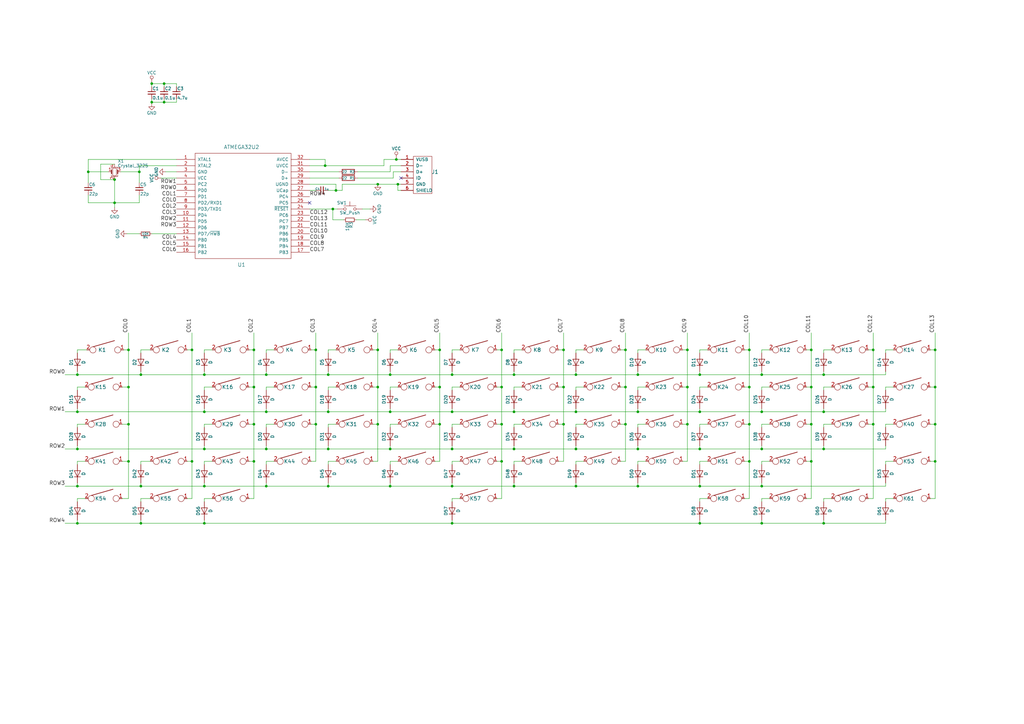
<source format=kicad_sch>
(kicad_sch (version 20230121) (generator eeschema)
  (paper "A3")
  (junction (at 383.54 189.23))
  (junction (at 287.02 168.91))
  (junction (at 236.22 168.91))
  (junction (at 52.705 189.23))
  (junction (at 185.42 168.91))
  (junction (at 332.74 158.75))
  (junction (at 312.42 214.63))
  (junction (at 78.74 189.23))
  (junction (at 287.02 214.63))
  (junction (at 109.22 153.67))
  (junction (at 83.82 168.91))
  (junction (at 31.75 214.63))
  (junction (at 185.42 184.15))
  (junction (at 83.82 214.63))
  (junction (at 185.42 199.39))
  (junction (at 104.14 189.23))
  (junction (at 236.22 184.15))
  (junction (at 287.02 184.15))
  (junction (at 104.14 173.99))
  (junction (at 129.54 143.51))
  (junction (at 83.82 153.67))
  (junction (at 231.14 143.51))
  (junction (at 180.34 173.99))
  (junction (at 256.54 158.75))
  (junction (at 31.75 184.15))
  (junction (at 261.62 168.91))
  (junction (at 210.82 199.39))
  (junction (at 36.195 70.485))
  (junction (at 46.99 83.185))
  (junction (at 160.02 184.15))
  (junction (at 52.705 173.99))
  (junction (at 185.42 214.63))
  (junction (at 312.42 199.39))
  (junction (at 162.56 65.405))
  (junction (at 57.785 214.63))
  (junction (at 312.42 168.91))
  (junction (at 163.195 75.565))
  (junction (at 210.82 153.67))
  (junction (at 57.785 153.67))
  (junction (at 261.62 199.39))
  (junction (at 137.795 78.105))
  (junction (at 104.14 158.75))
  (junction (at 332.74 173.99))
  (junction (at 337.82 184.15))
  (junction (at 205.74 189.23))
  (junction (at 46.99 73.66))
  (junction (at 337.82 153.67))
  (junction (at 307.34 143.51))
  (junction (at 383.54 143.51))
  (junction (at 383.54 173.99))
  (junction (at 154.94 158.75))
  (junction (at 31.75 168.91))
  (junction (at 134.62 199.39))
  (junction (at 256.54 173.99))
  (junction (at 133.35 67.945))
  (junction (at 154.94 75.565))
  (junction (at 180.34 143.51))
  (junction (at 205.74 158.75))
  (junction (at 109.22 199.39))
  (junction (at 109.22 168.91))
  (junction (at 83.82 184.15))
  (junction (at 256.54 143.51))
  (junction (at 236.22 153.67))
  (junction (at 160.02 168.91))
  (junction (at 83.82 199.39))
  (junction (at 205.74 173.99))
  (junction (at 52.705 143.51))
  (junction (at 136.525 85.725))
  (junction (at 312.42 153.67))
  (junction (at 154.94 143.51))
  (junction (at 67.31 34.29))
  (junction (at 332.74 189.23))
  (junction (at 281.94 173.99))
  (junction (at 57.785 199.39))
  (junction (at 231.14 173.99))
  (junction (at 358.14 158.75))
  (junction (at 261.62 153.67))
  (junction (at 358.14 173.99))
  (junction (at 62.23 34.29))
  (junction (at 210.82 168.91))
  (junction (at 109.22 184.15))
  (junction (at 287.02 199.39))
  (junction (at 312.42 184.15))
  (junction (at 62.23 41.91))
  (junction (at 67.31 41.91))
  (junction (at 160.02 199.39))
  (junction (at 160.02 153.67))
  (junction (at 261.62 184.15))
  (junction (at 383.54 158.75))
  (junction (at 52.705 158.75))
  (junction (at 129.54 158.75))
  (junction (at 307.34 173.99))
  (junction (at 337.82 168.91))
  (junction (at 210.82 184.15))
  (junction (at 358.14 143.51))
  (junction (at 307.34 158.75))
  (junction (at 134.62 153.67))
  (junction (at 205.74 143.51))
  (junction (at 307.34 189.23))
  (junction (at 281.94 158.75))
  (junction (at 57.15 70.485))
  (junction (at 180.34 158.75))
  (junction (at 236.22 199.39))
  (junction (at 332.74 143.51))
  (junction (at 104.14 143.51))
  (junction (at 129.54 173.99))
  (junction (at 281.94 143.51))
  (junction (at 78.74 143.51))
  (junction (at 154.94 173.99))
  (junction (at 185.42 153.67))
  (junction (at 31.75 199.39))
  (junction (at 134.62 184.15))
  (junction (at 287.02 153.67))
  (junction (at 134.62 168.91))
  (junction (at 337.82 214.63))
  (junction (at 31.75 153.67))
  (junction (at 231.14 158.75))
  (no_connect (at 164.465 73.025))
  (no_connect (at 127 83.185))
  (wire (pts (xy 287.02 184.15) (xy 287.02 182.88)))
  (wire (pts (xy 210.82 199.39) (xy 210.82 198.12)))
  (wire (pts (xy 231.14 173.99) (xy 229.235 173.99)))
  (wire (pts (xy 50.8 143.51) (xy 52.705 143.51)))
  (wire (pts (xy 261.62 153.67) (xy 287.02 153.67)))
  (wire (pts (xy 383.54 173.99) (xy 381.635 173.99)))
  (wire (pts (xy 35.56 143.51) (xy 31.75 143.51)))
  (wire (pts (xy 78.74 136.525) (xy 78.74 143.51)))
  (wire (pts (xy 112.395 158.75) (xy 109.22 158.75)))
  (wire (pts (xy 104.14 173.99) (xy 104.14 189.23)))
  (wire (pts (xy 62.23 41.91) (xy 62.23 42.545)))
  (wire (pts (xy 62.23 34.29) (xy 62.23 35.56)))
  (wire (pts (xy 205.74 189.23) (xy 203.835 189.23)))
  (wire (pts (xy 137.795 173.99) (xy 134.62 173.99)))
  (wire (pts (xy 160.02 168.91) (xy 160.02 167.64)))
  (wire (pts (xy 315.595 158.75) (xy 312.42 158.75)))
  (wire (pts (xy 31.75 158.75) (xy 31.75 160.02)))
  (wire (pts (xy 188.595 158.75) (xy 185.42 158.75)))
  (wire (pts (xy 104.14 136.525) (xy 104.14 143.51)))
  (wire (pts (xy 236.22 199.39) (xy 236.22 198.12)))
  (wire (pts (xy 231.14 143.51) (xy 231.14 158.75)))
  (wire (pts (xy 36.195 65.405) (xy 72.39 65.405)))
  (wire (pts (xy 261.62 189.23) (xy 261.62 190.5)))
  (wire (pts (xy 57.785 198.12) (xy 57.785 199.39)))
  (wire (pts (xy 57.785 153.67) (xy 57.785 152.4)))
  (wire (pts (xy 358.14 158.75) (xy 358.14 173.99)))
  (wire (pts (xy 264.795 173.99) (xy 261.62 173.99)))
  (wire (pts (xy 210.82 184.15) (xy 236.22 184.15)))
  (wire (pts (xy 36.195 80.01) (xy 36.195 83.185)))
  (wire (pts (xy 307.34 143.51) (xy 307.34 158.75)))
  (wire (pts (xy 34.925 204.47) (xy 31.75 204.47)))
  (wire (pts (xy 337.82 168.91) (xy 337.82 167.64)))
  (wire (pts (xy 102.235 189.23) (xy 104.14 189.23)))
  (wire (pts (xy 312.42 153.67) (xy 312.42 152.4)))
  (wire (pts (xy 330.835 143.51) (xy 332.74 143.51)))
  (wire (pts (xy 332.74 136.525) (xy 332.74 143.51)))
  (wire (pts (xy 185.42 153.67) (xy 185.42 152.4)))
  (wire (pts (xy 72.39 40.64) (xy 72.39 41.91)))
  (wire (pts (xy 287.02 168.91) (xy 287.02 167.64)))
  (wire (pts (xy 287.02 143.51) (xy 287.02 144.78)))
  (wire (pts (xy 366.395 158.75) (xy 363.22 158.75)))
  (wire (pts (xy 381.635 143.51) (xy 383.54 143.51)))
  (wire (pts (xy 163.195 173.99) (xy 160.02 173.99)))
  (wire (pts (xy 83.82 184.15) (xy 109.22 184.15)))
  (wire (pts (xy 52.705 173.99) (xy 52.705 189.23)))
  (wire (pts (xy 134.62 184.15) (xy 134.62 182.88)))
  (wire (pts (xy 383.54 173.99) (xy 383.54 189.23)))
  (wire (pts (xy 264.795 158.75) (xy 261.62 158.75)))
  (wire (pts (xy 160.02 168.91) (xy 185.42 168.91)))
  (wire (pts (xy 36.195 65.405) (xy 36.195 70.485)))
  (wire (pts (xy 31.75 152.4) (xy 31.75 153.67)))
  (wire (pts (xy 210.82 199.39) (xy 236.22 199.39)))
  (wire (pts (xy 366.395 173.99) (xy 363.22 173.99)))
  (wire (pts (xy 57.785 204.47) (xy 57.785 205.74)))
  (wire (pts (xy 337.82 204.47) (xy 337.82 205.74)))
  (wire (pts (xy 109.22 199.39) (xy 134.62 199.39)))
  (wire (pts (xy 337.82 184.15) (xy 363.22 184.15)))
  (wire (pts (xy 83.82 204.47) (xy 86.995 204.47)))
  (wire (pts (xy 83.82 173.99) (xy 83.82 175.26)))
  (wire (pts (xy 134.62 199.39) (xy 160.02 199.39)))
  (wire (pts (xy 139.065 70.485) (xy 127 70.485)))
  (wire (pts (xy 67.31 41.91) (xy 62.23 41.91)))
  (wire (pts (xy 46.99 83.185) (xy 46.99 85.09)))
  (wire (pts (xy 50.165 173.99) (xy 52.705 173.99)))
  (wire (pts (xy 213.995 173.99) (xy 210.82 173.99)))
  (wire (pts (xy 62.23 34.29) (xy 67.31 34.29)))
  (wire (pts (xy 307.34 158.75) (xy 305.435 158.75)))
  (wire (pts (xy 239.395 158.75) (xy 236.22 158.75)))
  (wire (pts (xy 236.22 158.75) (xy 236.22 160.02)))
  (wire (pts (xy 363.22 173.99) (xy 363.22 175.26)))
  (wire (pts (xy 137.795 78.105) (xy 140.335 78.105)))
  (wire (pts (xy 383.54 158.75) (xy 381.635 158.75)))
  (wire (pts (xy 312.42 204.47) (xy 312.42 205.74)))
  (wire (pts (xy 62.23 95.885) (xy 72.39 95.885)))
  (wire (pts (xy 358.14 158.75) (xy 356.235 158.75)))
  (wire (pts (xy 134.62 168.91) (xy 134.62 167.64)))
  (wire (pts (xy 164.465 78.105) (xy 163.195 78.105)))
  (wire (pts (xy 83.82 199.39) (xy 109.22 199.39)))
  (wire (pts (xy 154.94 158.75) (xy 153.035 158.75)))
  (wire (pts (xy 256.54 158.75) (xy 254.635 158.75)))
  (wire (pts (xy 236.22 168.91) (xy 261.62 168.91)))
  (wire (pts (xy 127 85.725) (xy 136.525 85.725)))
  (wire (pts (xy 52.705 136.525) (xy 52.705 143.51)))
  (wire (pts (xy 31.75 189.23) (xy 34.925 189.23)))
  (wire (pts (xy 290.195 143.51) (xy 287.02 143.51)))
  (wire (pts (xy 76.835 143.51) (xy 78.74 143.51)))
  (wire (pts (xy 287.02 199.39) (xy 287.02 198.12)))
  (wire (pts (xy 62.23 33.655) (xy 62.23 34.29)))
  (wire (pts (xy 185.42 143.51) (xy 185.42 144.78)))
  (wire (pts (xy 287.02 214.63) (xy 312.42 214.63)))
  (wire (pts (xy 340.995 158.75) (xy 337.82 158.75)))
  (wire (pts (xy 332.74 173.99) (xy 330.835 173.99)))
  (wire (pts (xy 213.995 143.51) (xy 210.82 143.51)))
  (wire (pts (xy 57.785 189.23) (xy 57.785 190.5)))
  (wire (pts (xy 57.785 199.39) (xy 83.82 199.39)))
  (wire (pts (xy 83.82 153.67) (xy 83.82 152.4)))
  (wire (pts (xy 104.14 143.51) (xy 104.14 158.75)))
  (wire (pts (xy 31.75 214.63) (xy 57.785 214.63)))
  (wire (pts (xy 180.34 158.75) (xy 178.435 158.75)))
  (wire (pts (xy 157.48 65.405) (xy 162.56 65.405)))
  (wire (pts (xy 264.795 189.23) (xy 261.62 189.23)))
  (wire (pts (xy 337.82 158.75) (xy 337.82 160.02)))
  (wire (pts (xy 178.435 143.51) (xy 180.34 143.51)))
  (wire (pts (xy 109.22 168.91) (xy 109.22 167.64)))
  (wire (pts (xy 287.02 214.63) (xy 287.02 213.36)))
  (wire (pts (xy 160.02 199.39) (xy 160.02 198.12)))
  (wire (pts (xy 366.395 189.23) (xy 363.22 189.23)))
  (wire (pts (xy 205.74 143.51) (xy 205.74 158.75)))
  (wire (pts (xy 160.02 143.51) (xy 160.02 144.78)))
  (wire (pts (xy 210.82 189.23) (xy 210.82 190.5)))
  (wire (pts (xy 315.595 143.51) (xy 312.42 143.51)))
  (wire (pts (xy 83.82 160.02) (xy 83.82 158.75)))
  (wire (pts (xy 261.62 199.39) (xy 261.62 198.12)))
  (wire (pts (xy 188.595 204.47) (xy 185.42 204.47)))
  (wire (pts (xy 137.795 143.51) (xy 134.62 143.51)))
  (wire (pts (xy 231.14 173.99) (xy 231.14 189.23)))
  (wire (pts (xy 104.14 158.75) (xy 104.14 173.99)))
  (wire (pts (xy 210.82 168.91) (xy 210.82 167.64)))
  (wire (pts (xy 109.22 189.23) (xy 109.22 190.5)))
  (wire (pts (xy 332.74 143.51) (xy 332.74 158.75)))
  (wire (pts (xy 305.435 143.51) (xy 307.34 143.51)))
  (wire (pts (xy 290.195 173.99) (xy 287.02 173.99)))
  (wire (pts (xy 256.54 189.23) (xy 254.635 189.23)))
  (wire (pts (xy 31.75 190.5) (xy 31.75 189.23)))
  (wire (pts (xy 231.14 158.75) (xy 229.235 158.75)))
  (wire (pts (xy 163.195 158.75) (xy 160.02 158.75)))
  (wire (pts (xy 337.82 173.99) (xy 337.82 175.26)))
  (wire (pts (xy 210.82 153.67) (xy 210.82 152.4)))
  (wire (pts (xy 236.22 184.15) (xy 261.62 184.15)))
  (wire (pts (xy 312.42 199.39) (xy 363.22 199.39)))
  (wire (pts (xy 180.34 173.99) (xy 180.34 189.23)))
  (wire (pts (xy 261.62 168.91) (xy 287.02 168.91)))
  (wire (pts (xy 57.785 214.63) (xy 57.785 213.36)))
  (wire (pts (xy 137.795 75.565) (xy 137.795 78.105)))
  (wire (pts (xy 129.54 78.105) (xy 127 78.105)))
  (wire (pts (xy 180.34 136.525) (xy 180.34 143.51)))
  (wire (pts (xy 83.82 214.63) (xy 185.42 214.63)))
  (wire (pts (xy 83.82 158.75) (xy 86.995 158.75)))
  (wire (pts (xy 185.42 199.39) (xy 210.82 199.39)))
  (wire (pts (xy 83.82 168.91) (xy 109.22 168.91)))
  (wire (pts (xy 363.22 204.47) (xy 363.22 205.74)))
  (wire (pts (xy 129.54 189.23) (xy 127.635 189.23)))
  (wire (pts (xy 36.195 83.185) (xy 46.99 83.185)))
  (wire (pts (xy 358.14 136.525) (xy 358.14 143.51)))
  (wire (pts (xy 72.39 41.91) (xy 67.31 41.91)))
  (wire (pts (xy 185.42 189.23) (xy 185.42 190.5)))
  (wire (pts (xy 358.14 143.51) (xy 358.14 158.75)))
  (wire (pts (xy 236.22 153.67) (xy 261.62 153.67)))
  (wire (pts (xy 154.94 189.23) (xy 153.035 189.23)))
  (wire (pts (xy 332.74 204.47) (xy 330.835 204.47)))
  (wire (pts (xy 104.14 189.23) (xy 104.14 204.47)))
  (wire (pts (xy 315.595 189.23) (xy 312.42 189.23)))
  (wire (pts (xy 140.335 75.565) (xy 154.94 75.565)))
  (wire (pts (xy 307.34 158.75) (xy 307.34 173.99)))
  (wire (pts (xy 340.995 204.47) (xy 337.82 204.47)))
  (wire (pts (xy 337.82 214.63) (xy 337.82 213.36)))
  (wire (pts (xy 31.75 204.47) (xy 31.75 205.74)))
  (wire (pts (xy 236.22 153.67) (xy 236.22 152.4)))
  (wire (pts (xy 312.42 168.91) (xy 312.42 167.64)))
  (wire (pts (xy 185.42 204.47) (xy 185.42 205.74)))
  (wire (pts (xy 31.75 173.99) (xy 31.75 175.26)))
  (wire (pts (xy 188.595 173.99) (xy 185.42 173.99)))
  (wire (pts (xy 134.62 199.39) (xy 134.62 198.12)))
  (wire (pts (xy 154.94 158.75) (xy 154.94 173.99)))
  (wire (pts (xy 185.42 184.15) (xy 185.42 182.88)))
  (wire (pts (xy 307.34 173.99) (xy 305.435 173.99)))
  (wire (pts (xy 34.925 173.99) (xy 31.75 173.99)))
  (wire (pts (xy 366.395 204.47) (xy 363.22 204.47)))
  (wire (pts (xy 188.595 143.51) (xy 185.42 143.51)))
  (wire (pts (xy 332.74 158.75) (xy 330.835 158.75)))
  (wire (pts (xy 52.705 143.51) (xy 52.705 158.75)))
  (wire (pts (xy 281.94 143.51) (xy 281.94 158.75)))
  (wire (pts (xy 185.42 173.99) (xy 185.42 175.26)))
  (wire (pts (xy 185.42 214.63) (xy 185.42 213.36)))
  (wire (pts (xy 332.74 173.99) (xy 332.74 189.23)))
  (wire (pts (xy 261.62 158.75) (xy 261.62 160.02)))
  (wire (pts (xy 363.22 143.51) (xy 363.22 144.78)))
  (wire (pts (xy 185.42 158.75) (xy 185.42 160.02)))
  (wire (pts (xy 83.82 184.15) (xy 83.82 182.88)))
  (wire (pts (xy 134.62 153.67) (xy 160.02 153.67)))
  (wire (pts (xy 154.94 75.565) (xy 163.195 75.565)))
  (wire (pts (xy 67.31 40.64) (xy 67.31 41.91)))
  (wire (pts (xy 363.22 189.23) (xy 363.22 190.5)))
  (wire (pts (xy 185.42 168.91) (xy 210.82 168.91)))
  (wire (pts (xy 109.22 153.67) (xy 134.62 153.67)))
  (wire (pts (xy 129.54 158.75) (xy 127.635 158.75)))
  (wire (pts (xy 312.42 168.91) (xy 337.82 168.91)))
  (wire (pts (xy 287.02 173.99) (xy 287.02 175.26)))
  (wire (pts (xy 41.275 73.66) (xy 46.99 73.66)))
  (wire (pts (xy 83.82 205.74) (xy 83.82 204.47)))
  (wire (pts (xy 210.82 143.51) (xy 210.82 144.78)))
  (wire (pts (xy 337.82 153.67) (xy 363.22 153.67)))
  (wire (pts (xy 31.75 198.12) (xy 31.75 199.39)))
  (wire (pts (xy 205.74 158.75) (xy 205.74 173.99)))
  (wire (pts (xy 363.22 184.15) (xy 363.22 182.88)))
  (wire (pts (xy 366.395 143.51) (xy 363.22 143.51)))
  (wire (pts (xy 52.705 204.47) (xy 50.165 204.47)))
  (wire (pts (xy 109.22 143.51) (xy 109.22 144.78)))
  (wire (pts (xy 261.62 153.67) (xy 261.62 152.4)))
  (wire (pts (xy 134.62 78.105) (xy 137.795 78.105)))
  (wire (pts (xy 78.74 189.23) (xy 78.74 204.47)))
  (wire (pts (xy 31.75 184.15) (xy 31.75 182.88)))
  (wire (pts (xy 337.82 214.63) (xy 363.22 214.63)))
  (wire (pts (xy 229.235 143.51) (xy 231.14 143.51)))
  (wire (pts (xy 160.02 153.67) (xy 160.02 152.4)))
  (wire (pts (xy 26.67 214.63) (xy 31.75 214.63)))
  (wire (pts (xy 160.02 67.945) (xy 160.02 70.485)))
  (wire (pts (xy 307.34 189.23) (xy 307.34 204.47)))
  (wire (pts (xy 287.02 153.67) (xy 287.02 152.4)))
  (wire (pts (xy 210.82 173.99) (xy 210.82 175.26)))
  (wire (pts (xy 83.82 143.51) (xy 83.82 144.78)))
  (wire (pts (xy 210.82 168.91) (xy 236.22 168.91)))
  (wire (pts (xy 160.02 70.485) (xy 146.685 70.485)))
  (wire (pts (xy 312.42 143.51) (xy 312.42 144.78)))
  (wire (pts (xy 256.54 173.99) (xy 254.635 173.99)))
  (wire (pts (xy 164.465 70.485) (xy 161.29 70.485)))
  (wire (pts (xy 31.75 143.51) (xy 31.75 144.78)))
  (wire (pts (xy 332.74 158.75) (xy 332.74 173.99)))
  (wire (pts (xy 287.02 184.15) (xy 312.42 184.15)))
  (wire (pts (xy 134.62 143.51) (xy 134.62 144.78)))
  (wire (pts (xy 162.56 64.77) (xy 162.56 65.405)))
  (wire (pts (xy 239.395 189.23) (xy 236.22 189.23)))
  (wire (pts (xy 261.62 173.99) (xy 261.62 175.26)))
  (wire (pts (xy 78.74 204.47) (xy 76.835 204.47)))
  (wire (pts (xy 160.02 199.39) (xy 185.42 199.39)))
  (wire (pts (xy 49.53 70.485) (xy 57.15 70.485)))
  (wire (pts (xy 160.02 184.15) (xy 160.02 182.88)))
  (wire (pts (xy 72.39 73.025) (xy 66.04 73.025)))
  (wire (pts (xy 50.165 189.23) (xy 52.705 189.23)))
  (wire (pts (xy 261.62 184.15) (xy 261.62 182.88)))
  (wire (pts (xy 134.62 168.91) (xy 160.02 168.91)))
  (wire (pts (xy 160.02 158.75) (xy 160.02 160.02)))
  (wire (pts (xy 26.67 153.67) (xy 31.75 153.67)))
  (wire (pts (xy 312.42 214.63) (xy 312.42 213.36)))
  (wire (pts (xy 210.82 153.67) (xy 236.22 153.67)))
  (wire (pts (xy 261.62 199.39) (xy 287.02 199.39)))
  (wire (pts (xy 180.34 173.99) (xy 178.435 173.99)))
  (wire (pts (xy 363.22 168.91) (xy 363.22 167.64)))
  (wire (pts (xy 312.42 184.15) (xy 312.42 182.88)))
  (wire (pts (xy 67.31 34.29) (xy 72.39 34.29)))
  (wire (pts (xy 205.74 173.99) (xy 203.835 173.99)))
  (wire (pts (xy 26.67 199.39) (xy 31.75 199.39)))
  (wire (pts (xy 337.82 168.91) (xy 363.22 168.91)))
  (wire (pts (xy 287.02 158.75) (xy 287.02 160.02)))
  (wire (pts (xy 136.525 85.725) (xy 138.43 85.725)))
  (wire (pts (xy 109.22 158.75) (xy 109.22 160.02)))
  (wire (pts (xy 57.15 83.185) (xy 57.15 80.01)))
  (wire (pts (xy 261.62 184.15) (xy 287.02 184.15)))
  (wire (pts (xy 160.02 153.67) (xy 185.42 153.67)))
  (wire (pts (xy 287.02 189.23) (xy 287.02 190.5)))
  (wire (pts (xy 383.54 189.23) (xy 383.54 204.47)))
  (wire (pts (xy 205.74 158.75) (xy 203.835 158.75)))
  (wire (pts (xy 383.54 136.525) (xy 383.54 143.51)))
  (wire (pts (xy 256.54 158.75) (xy 256.54 173.99)))
  (wire (pts (xy 312.42 214.63) (xy 337.82 214.63)))
  (wire (pts (xy 358.14 173.99) (xy 356.235 173.99)))
  (wire (pts (xy 337.82 153.67) (xy 337.82 152.4)))
  (wire (pts (xy 236.22 189.23) (xy 236.22 190.5)))
  (wire (pts (xy 41.275 67.31) (xy 41.275 73.66)))
  (wire (pts (xy 112.395 143.51) (xy 109.22 143.51)))
  (wire (pts (xy 185.42 199.39) (xy 185.42 198.12)))
  (wire (pts (xy 188.595 189.23) (xy 185.42 189.23)))
  (wire (pts (xy 236.22 199.39) (xy 261.62 199.39)))
  (wire (pts (xy 127 73.025) (xy 139.065 73.025)))
  (wire (pts (xy 213.995 189.23) (xy 210.82 189.23)))
  (wire (pts (xy 185.42 168.91) (xy 185.42 167.64)))
  (wire (pts (xy 134.62 153.67) (xy 134.62 152.4)))
  (wire (pts (xy 72.39 67.945) (xy 57.15 67.945)))
  (wire (pts (xy 140.97 90.17) (xy 136.525 90.17)))
  (wire (pts (xy 213.995 158.75) (xy 210.82 158.75)))
  (wire (pts (xy 363.22 199.39) (xy 363.22 198.12)))
  (wire (pts (xy 358.14 173.99) (xy 358.14 204.47)))
  (wire (pts (xy 160.02 67.945) (xy 164.465 67.945)))
  (wire (pts (xy 52.705 158.75) (xy 52.705 173.99)))
  (wire (pts (xy 153.035 143.51) (xy 154.94 143.51)))
  (wire (pts (xy 83.82 198.12) (xy 83.82 199.39)))
  (wire (pts (xy 31.75 167.64) (xy 31.75 168.91)))
  (wire (pts (xy 261.62 143.51) (xy 261.62 144.78)))
  (wire (pts (xy 57.785 153.67) (xy 83.82 153.67)))
  (wire (pts (xy 163.195 75.565) (xy 164.465 75.565)))
  (wire (pts (xy 127 75.565) (xy 137.795 75.565)))
  (wire (pts (xy 161.29 73.025) (xy 146.685 73.025)))
  (wire (pts (xy 102.235 173.99) (xy 104.14 173.99)))
  (wire (pts (xy 157.48 67.945) (xy 133.35 67.945)))
  (wire (pts (xy 307.34 189.23) (xy 305.435 189.23)))
  (wire (pts (xy 160.02 173.99) (xy 160.02 175.26)))
  (wire (pts (xy 78.74 189.23) (xy 76.835 189.23)))
  (wire (pts (xy 46.99 67.31) (xy 41.275 67.31)))
  (wire (pts (xy 104.14 204.47) (xy 102.235 204.47)))
  (wire (pts (xy 205.74 173.99) (xy 205.74 189.23)))
  (wire (pts (xy 102.235 158.75) (xy 104.14 158.75)))
  (wire (pts (xy 78.74 143.51) (xy 78.74 189.23)))
  (wire (pts (xy 57.785 143.51) (xy 61.595 143.51)))
  (wire (pts (xy 129.54 173.99) (xy 127.635 173.99)))
  (wire (pts (xy 52.07 95.885) (xy 57.15 95.885)))
  (wire (pts (xy 67.31 35.56) (xy 67.31 34.29)))
  (wire (pts (xy 83.82 189.23) (xy 83.82 190.5)))
  (wire (pts (xy 134.62 184.15) (xy 160.02 184.15)))
  (wire (pts (xy 363.22 214.63) (xy 363.22 213.36)))
  (wire (pts (xy 180.34 189.23) (xy 178.435 189.23)))
  (wire (pts (xy 57.785 214.63) (xy 83.82 214.63)))
  (wire (pts (xy 312.42 153.67) (xy 337.82 153.67)))
  (wire (pts (xy 26.67 184.15) (xy 31.75 184.15)))
  (wire (pts (xy 129.54 158.75) (xy 129.54 173.99)))
  (wire (pts (xy 287.02 153.67) (xy 312.42 153.67)))
  (wire (pts (xy 134.62 173.99) (xy 134.62 175.26)))
  (wire (pts (xy 231.14 136.525) (xy 231.14 143.51)))
  (wire (pts (xy 307.34 136.525) (xy 307.34 143.51)))
  (wire (pts (xy 133.35 67.945) (xy 127 67.945)))
  (wire (pts (xy 239.395 173.99) (xy 236.22 173.99)))
  (wire (pts (xy 26.67 168.91) (xy 31.75 168.91)))
  (wire (pts (xy 127 65.405) (xy 133.35 65.405)))
  (wire (pts (xy 210.82 184.15) (xy 210.82 182.88)))
  (wire (pts (xy 163.195 143.51) (xy 160.02 143.51)))
  (wire (pts (xy 112.395 189.23) (xy 109.22 189.23)))
  (wire (pts (xy 83.82 214.63) (xy 83.82 213.36)))
  (wire (pts (xy 31.75 153.67) (xy 57.785 153.67)))
  (wire (pts (xy 109.22 199.39) (xy 109.22 198.12)))
  (wire (pts (xy 383.54 189.23) (xy 381.635 189.23)))
  (wire (pts (xy 337.82 143.51) (xy 337.82 144.78)))
  (wire (pts (xy 127.635 143.51) (xy 129.54 143.51)))
  (wire (pts (xy 137.795 189.23) (xy 134.62 189.23)))
  (wire (pts (xy 36.195 70.485) (xy 36.195 74.93)))
  (wire (pts (xy 337.82 184.15) (xy 337.82 182.88)))
  (wire (pts (xy 231.14 158.75) (xy 231.14 173.99)))
  (wire (pts (xy 287.02 168.91) (xy 312.42 168.91)))
  (wire (pts (xy 154.94 173.99) (xy 153.035 173.99)))
  (wire (pts (xy 34.925 158.75) (xy 31.75 158.75)))
  (wire (pts (xy 102.235 143.51) (xy 104.14 143.51)))
  (wire (pts (xy 185.42 184.15) (xy 210.82 184.15)))
  (wire (pts (xy 236.22 143.51) (xy 236.22 144.78)))
  (wire (pts (xy 312.42 173.99) (xy 312.42 175.26)))
  (wire (pts (xy 185.42 153.67) (xy 210.82 153.67)))
  (wire (pts (xy 57.15 70.485) (xy 57.15 74.93)))
  (wire (pts (xy 52.705 189.23) (xy 52.705 204.47)))
  (wire (pts (xy 154.94 143.51) (xy 154.94 158.75)))
  (wire (pts (xy 236.22 184.15) (xy 236.22 182.88)))
  (wire (pts (xy 72.39 34.29) (xy 72.39 35.56)))
  (wire (pts (xy 72.39 70.485) (xy 67.945 70.485)))
  (wire (pts (xy 109.22 153.67) (xy 109.22 152.4)))
  (wire (pts (xy 256.54 136.525) (xy 256.54 143.51)))
  (wire (pts (xy 86.995 173.99) (xy 83.82 173.99)))
  (wire (pts (xy 312.42 189.23) (xy 312.42 190.5)))
  (wire (pts (xy 203.835 143.51) (xy 205.74 143.51)))
  (wire (pts (xy 134.62 158.75) (xy 134.62 160.02)))
  (wire (pts (xy 52.705 158.75) (xy 50.165 158.75)))
  (wire (pts (xy 205.74 136.525) (xy 205.74 143.51)))
  (wire (pts (xy 312.42 158.75) (xy 312.42 160.02)))
  (wire (pts (xy 57.785 144.78) (xy 57.785 143.51)))
  (wire (pts (xy 254.635 143.51) (xy 256.54 143.51)))
  (wire (pts (xy 154.94 136.525) (xy 154.94 143.51)))
  (wire (pts (xy 62.23 40.64) (xy 62.23 41.91)))
  (wire (pts (xy 383.54 143.51) (xy 383.54 158.75)))
  (wire (pts (xy 290.195 204.47) (xy 287.02 204.47)))
  (wire (pts (xy 239.395 143.51) (xy 236.22 143.51)))
  (wire (pts (xy 307.34 173.99) (xy 307.34 189.23)))
  (wire (pts (xy 46.99 83.185) (xy 57.15 83.185)))
  (wire (pts (xy 109.22 184.15) (xy 134.62 184.15)))
  (wire (pts (xy 134.62 189.23) (xy 134.62 190.5)))
  (wire (pts (xy 290.195 158.75) (xy 287.02 158.75)))
  (wire (pts (xy 31.75 214.63) (xy 31.75 213.36)))
  (wire (pts (xy 256.54 173.99) (xy 256.54 189.23)))
  (wire (pts (xy 340.995 143.51) (xy 337.82 143.51)))
  (wire (pts (xy 161.29 70.485) (xy 161.29 73.025)))
  (wire (pts (xy 129.54 136.525) (xy 129.54 143.51)))
  (wire (pts (xy 61.595 189.23) (xy 57.785 189.23)))
  (wire (pts (xy 36.195 70.485) (xy 44.45 70.485)))
  (wire (pts (xy 315.595 173.99) (xy 312.42 173.99)))
  (wire (pts (xy 281.94 136.525) (xy 281.94 143.51)))
  (wire (pts (xy 332.74 189.23) (xy 332.74 204.47)))
  (wire (pts (xy 256.54 143.51) (xy 256.54 158.75)))
  (wire (pts (xy 236.22 173.99) (xy 236.22 175.26)))
  (wire (pts (xy 307.34 204.47) (xy 305.435 204.47)))
  (wire (pts (xy 231.14 189.23) (xy 229.235 189.23)))
  (wire (pts (xy 31.75 199.39) (xy 57.785 199.39)))
  (wire (pts (xy 281.94 189.23) (xy 280.035 189.23)))
  (wire (pts (xy 31.75 168.91) (xy 83.82 168.91)))
  (wire (pts (xy 157.48 65.405) (xy 157.48 67.945)))
  (wire (pts (xy 363.22 158.75) (xy 363.22 160.02)))
  (wire (pts (xy 149.86 90.17) (xy 146.05 90.17)))
  (wire (pts (xy 236.22 168.91) (xy 236.22 167.64)))
  (wire (pts (xy 83.82 168.91) (xy 83.82 167.64)))
  (wire (pts (xy 205.74 189.23) (xy 205.74 204.47)))
  (wire (pts (xy 129.54 173.99) (xy 129.54 189.23)))
  (wire (pts (xy 287.02 199.39) (xy 312.42 199.39)))
  (wire (pts (xy 281.94 173.99) (xy 280.035 173.99)))
  (wire (pts (xy 83.82 153.67) (xy 109.22 153.67)))
  (wire (pts (xy 112.395 173.99) (xy 109.22 173.99)))
  (wire (pts (xy 290.195 189.23) (xy 287.02 189.23)))
  (wire (pts (xy 129.54 143.51) (xy 129.54 158.75)))
  (wire (pts (xy 86.995 143.51) (xy 83.82 143.51)))
  (wire (pts (xy 160.02 189.23) (xy 160.02 190.5)))
  (wire (pts (xy 154.94 173.99) (xy 154.94 189.23)))
  (wire (pts (xy 261.62 168.91) (xy 261.62 167.64)))
  (wire (pts (xy 340.995 173.99) (xy 337.82 173.99)))
  (wire (pts (xy 358.14 204.47) (xy 356.235 204.47)))
  (wire (pts (xy 356.235 143.51) (xy 358.14 143.51)))
  (wire (pts (xy 163.195 78.105) (xy 163.195 75.565)))
  (wire (pts (xy 133.35 65.405) (xy 133.35 67.945)))
  (wire (pts (xy 109.22 184.15) (xy 109.22 182.88)))
  (wire (pts (xy 61.595 204.47) (xy 57.785 204.47)))
  (wire (pts (xy 264.795 143.51) (xy 261.62 143.51)))
  (wire (pts (xy 180.34 143.51) (xy 180.34 158.75)))
  (wire (pts (xy 160.02 184.15) (xy 185.42 184.15)))
  (wire (pts (xy 281.94 158.75) (xy 281.94 173.99)))
  (wire (pts (xy 180.34 158.75) (xy 180.34 173.99)))
  (wire (pts (xy 287.02 204.47) (xy 287.02 205.74)))
  (wire (pts (xy 137.795 158.75) (xy 134.62 158.75)))
  (wire (pts (xy 383.54 204.47) (xy 381.635 204.47)))
  (wire (pts (xy 363.22 153.67) (xy 363.22 152.4)))
  (wire (pts (xy 46.99 73.66) (xy 46.99 83.185)))
  (wire (pts (xy 312.42 199.39) (xy 312.42 198.12)))
  (wire (pts (xy 86.995 189.23) (xy 83.82 189.23)))
  (wire (pts (xy 185.42 214.63) (xy 287.02 214.63)))
  (wire (pts (xy 140.335 78.105) (xy 140.335 75.565)))
  (wire (pts (xy 31.75 184.15) (xy 83.82 184.15)))
  (wire (pts (xy 281.94 158.75) (xy 280.035 158.75)))
  (wire (pts (xy 162.56 65.405) (xy 164.465 65.405)))
  (wire (pts (xy 205.74 204.47) (xy 203.835 204.47)))
  (wire (pts (xy 163.195 189.23) (xy 160.02 189.23)))
  (wire (pts (xy 312.42 184.15) (xy 337.82 184.15)))
  (wire (pts (xy 210.82 158.75) (xy 210.82 160.02)))
  (wire (pts (xy 136.525 90.17) (xy 136.525 85.725)))
  (wire (pts (xy 280.035 143.51) (xy 281.94 143.51)))
  (wire (pts (xy 383.54 158.75) (xy 383.54 173.99)))
  (wire (pts (xy 281.94 173.99) (xy 281.94 189.23)))
  (wire (pts (xy 315.595 204.47) (xy 312.42 204.47)))
  (wire (pts (xy 109.22 173.99) (xy 109.22 175.26)))
  (wire (pts (xy 151.765 85.725) (xy 148.59 85.725)))
  (wire (pts (xy 332.74 189.23) (xy 330.835 189.23)))
  (wire (pts (xy 109.22 168.91) (xy 134.62 168.91)))
  (wire (pts (xy 57.15 67.945) (xy 57.15 70.485)))
  (label "COL11" (at 332.74 136.525 90) (effects (font (size 1.524 1.524))))
  (label "COL9" (at 281.94 136.525 90) (effects (font (size 1.524 1.524))))
  (label "ROW2" (at 72.39 90.805 180) (effects (font (size 1.524 1.524))))
  (label "ROW4" (at 127 80.645 0) (effects (font (size 1.524 1.524))))
  (label "COL11" (at 127 93.345 0) (effects (font (size 1.524 1.524))))
  (label "COL0" (at 72.39 83.185 180) (effects (font (size 1.524 1.524))))
  (label "COL8" (at 256.54 136.525 90) (effects (font (size 1.524 1.524))))
  (label "COL12" (at 358.14 136.525 90) (effects (font (size 1.524 1.524))))
  (label "COL12" (at 127 88.265 0) (effects (font (size 1.524 1.524))))
  (label "ROW0" (at 26.67 153.67 180) (effects (font (size 1.524 1.524))))
  (label "COL8" (at 127 100.965 0) (effects (font (size 1.524 1.524))))
  (label "ROW0" (at 72.39 78.105 180) (effects (font (size 1.524 1.524))))
  (label "ROW3" (at 26.67 199.39 180) (effects (font (size 1.524 1.524))))
  (label "ROW2" (at 26.67 184.15 180) (effects (font (size 1.524 1.524))))
  (label "COL9" (at 127 98.425 0) (effects (font (size 1.524 1.524))))
  (label "ROW1" (at 26.67 168.91 180) (effects (font (size 1.524 1.524))))
  (label "COL6" (at 205.74 136.525 90) (effects (font (size 1.524 1.524))))
  (label "COL2" (at 104.14 136.525 90) (effects (font (size 1.524 1.524))))
  (label "COL10" (at 307.34 136.525 90) (effects (font (size 1.524 1.524))))
  (label "COL13" (at 127 90.805 0) (effects (font (size 1.524 1.524))))
  (label "COL13" (at 383.54 136.525 90) (effects (font (size 1.524 1.524))))
  (label "COL4" (at 154.94 136.525 90) (effects (font (size 1.524 1.524))))
  (label "COL5" (at 180.34 136.525 90) (effects (font (size 1.524 1.524))))
  (label "COL3" (at 129.54 136.525 90) (effects (font (size 1.524 1.524))))
  (label "ROW4" (at 26.67 214.63 180) (effects (font (size 1.524 1.524))))
  (label "COL10" (at 127 95.885 0) (effects (font (size 1.524 1.524))))
  (label "COL7" (at 231.14 136.525 90) (effects (font (size 1.524 1.524))))
  (label "ROW3" (at 72.39 93.345 180) (effects (font (size 1.524 1.524))))
  (label "COL1" (at 72.39 80.645 180) (effects (font (size 1.524 1.524))))
  (label "COL3" (at 72.39 88.265 180) (effects (font (size 1.524 1.524))))
  (label "COL4" (at 72.39 98.425 180) (effects (font (size 1.524 1.524))))
  (label "COL1" (at 78.74 136.525 90) (effects (font (size 1.524 1.524))))
  (label "COL5" (at 72.39 100.965 180) (effects (font (size 1.524 1.524))))
  (label "COL6" (at 72.39 103.505 180) (effects (font (size 1.524 1.524))))
  (label "COL2" (at 72.39 85.725 180) (effects (font (size 1.524 1.524))))
  (label "ROW1" (at 72.39 75.565 180) (effects (font (size 1.524 1.524))))
  (label "COL7" (at 127 103.505 0) (effects (font (size 1.524 1.524))))
  (label "COL0" (at 52.705 136.525 90) (effects (font (size 1.524 1.524))))
  (symbol (lib_id "cyclops-rescue:C_Small") (at 57.15 77.47 0) (unit 1)
    (property "Reference" "C5" (at 57.404 75.692 0) (effects (justify left)))
    (property "Value" "22p" (at 57.404 79.502 0) (effects (justify left)))
    (property "Footprint" "Capacitors_SMD:C_0805_HandSoldering" (effects hide))
  )
  (symbol (lib_id "cyclops-rescue:C_Small") (at 36.195 77.47 0) (unit 1)
    (property "Reference" "C6" (at 36.449 75.692 0) (effects (justify left)))
    (property "Value" "22p" (at 36.449 79.502 0) (effects (justify left)))
    (property "Footprint" "Capacitors_SMD:C_0805_HandSoldering" (effects hide))
  )
  (symbol (lib_id "cyclops-rescue:GND") (at 46.99 85.09 0) (unit 1)
    (property "Reference" "#PWR7" (effects hide))
    (property "Value" "GND" (at 46.99 88.9 0))
  )
  (symbol (lib_id "cyclops-rescue:C_Small") (at 62.23 38.1 0) (unit 1)
    (property "Reference" "C1" (at 62.484 36.322 0) (effects (justify left)))
    (property "Value" "0.1u" (at 62.484 40.132 0) (effects (justify left)))
    (property "Footprint" "Capacitors_SMD:C_0805_HandSoldering" (effects hide))
  )
  (symbol (lib_id "cyclops-rescue:C_Small") (at 67.31 38.1 0) (unit 1)
    (property "Reference" "C2" (at 67.564 36.322 0) (effects (justify left)))
    (property "Value" "0.1u" (at 67.564 40.132 0) (effects (justify left)))
    (property "Footprint" "Capacitors_SMD:C_0805_HandSoldering" (effects hide))
  )
  (symbol (lib_id "cyclops-rescue:C_Small") (at 72.39 38.1 0) (unit 1)
    (property "Reference" "C3" (at 72.644 36.322 0) (effects (justify left)))
    (property "Value" "4.7u" (at 72.644 40.132 0) (effects (justify left)))
    (property "Footprint" "Capacitors_SMD:C_0805_HandSoldering" (effects hide))
  )
  (symbol (lib_id "cyclops-rescue:GND") (at 62.23 42.545 0) (unit 1)
    (property "Reference" "#PWR2" (effects hide))
    (property "Value" "GND" (at 62.23 46.355 0))
  )
  (symbol (lib_id "cyclops-rescue:VCC") (at 62.23 33.655 0) (unit 1)
    (property "Reference" "#PWR1" (effects hide))
    (property "Value" "VCC" (at 62.23 29.845 0))
  )
  (symbol (lib_id "cyclops-rescue:SW_Push") (at 143.51 85.725 0) (mirror y) (unit 1)
    (property "Reference" "SW1" (at 142.24 83.185 0) (effects (justify left)))
    (property "Value" "SW_Push" (at 143.51 87.249 0))
    (property "Footprint" "Buttons_Switches_SMD:SW_SPST_EVPBF" (effects hide))
  )
  (symbol (lib_id "cyclops-rescue:GND") (at 151.765 85.725 90) (unit 1)
    (property "Reference" "#PWR8" (effects hide))
    (property "Value" "GND" (at 155.575 85.725 0))
  )
  (symbol (lib_id "cyclops-rescue:VCC") (at 149.86 90.17 270) (unit 1)
    (property "Reference" "#PWR9" (effects hide))
    (property "Value" "VCC" (at 153.67 90.17 0))
  )
  (symbol (lib_id "cyclops-rescue:R_Small") (at 143.51 90.17 270) (unit 1)
    (property "Reference" "R3" (at 144.018 90.932 0) (effects (justify left)))
    (property "Value" "10K" (at 142.494 90.932 0) (effects (justify left)))
    (property "Footprint" "Resistors_SMD:R_0805_HandSoldering" (effects hide))
  )
  (symbol (lib_id "cyclops-rescue:GND") (at 52.07 95.885 270) (unit 1)
    (property "Reference" "#PWR10" (effects hide))
    (property "Value" "GND" (at 48.26 95.885 0))
  )
  (symbol (lib_id "cyclops-rescue:R_Small") (at 59.69 95.885 270) (unit 1)
    (property "Reference" "R4" (at 59.69 97.3836 90) (effects (font (size 0.9906 0.9906))))
    (property "Value" "10K" (at 59.69 95.885 90) (effects (font (size 0.9906 0.9906))))
    (property "Footprint" "Resistors_SMD:R_0805_HandSoldering" (effects hide))
  )
  (symbol (lib_id "cyclops-rescue:USB_mini_micro_B") (at 168.275 69.215 0) (mirror y) (unit 1)
    (property "Reference" "J1" (at 178.435 70.485 0) (effects (font (size 1.524 1.524))))
    (property "Value" "USB_mini_micro_B" (effects hide))
    (property "Footprint" "keyboard_parts:USB_miniB_hirose_5S8" (effects hide))
  )
  (symbol (lib_id "cyclops-rescue:R") (at 142.875 73.025 90) (mirror x) (unit 1)
    (property "Reference" "R1" (at 143.383 73.025 90) (effects (font (size 0.9906 0.9906)) (justify right)))
    (property "Value" "22" (at 142.367 73.025 90) (effects (font (size 0.9906 0.9906)) (justify left)))
    (property "Footprint" "Resistors_SMD:R_0805_HandSoldering" (effects hide))
  )
  (symbol (lib_id "cyclops-rescue:R") (at 142.875 70.485 90) (mirror x) (unit 1)
    (property "Reference" "R2" (at 143.383 70.485 90) (effects (font (size 0.9906 0.9906)) (justify right)))
    (property "Value" "22" (at 142.367 70.485 90) (effects (font (size 0.9906 0.9906)) (justify left)))
    (property "Footprint" "Resistors_SMD:R_0805_HandSoldering" (effects hide))
  )
  (symbol (lib_id "cyclops-rescue:VCC") (at 162.56 64.77 0) (mirror y) (unit 1)
    (property "Reference" "#PWR3" (effects hide))
    (property "Value" "VCC" (at 162.56 60.96 0))
  )
  (symbol (lib_id "cyclops-rescue:C_Small") (at 132.08 78.105 90) (unit 1)
    (property "Reference" "C4" (at 131.191 77.4954 90) (effects (font (size 0.889 0.889)) (justify left)))
    (property "Value" "1u" (at 133.0706 77.4954 90) (effects (font (size 0.889 0.889)) (justify right)))
    (property "Footprint" "Capacitors_SMD:C_0805_HandSoldering" (effects hide))
  )
  (symbol (lib_id "cyclops-rescue:KEYSW") (at 43.18 143.51 0) (unit 1)
    (property "Reference" "K1" (at 41.91 143.51 0) (effects (font (size 1.524 1.524))))
    (property "Value" "ESC" (effects hide))
    (property "Footprint" "MX_Alps_Hybrid:ALPS-1.25U" (effects hide))
  )
  (symbol (lib_id "cyclops-rescue:KEYSW") (at 69.215 143.51 0) (unit 1)
    (property "Reference" "K2" (at 67.945 143.51 0) (effects (font (size 1.524 1.524))))
    (property "Value" "1" (effects hide))
    (property "Footprint" "MX_Alps_Hybrid:ALPS-1U" (effects hide))
  )
  (symbol (lib_id "cyclops-rescue:KEYSW") (at 94.615 143.51 0) (unit 1)
    (property "Reference" "K3" (at 93.345 143.51 0) (effects (font (size 1.524 1.524))))
    (property "Value" "KEYSW" (effects hide))
    (property "Footprint" "MX_Alps_Hybrid:ALPS-1U" (effects hide))
  )
  (symbol (lib_id "cyclops-rescue:KEYSW") (at 94.615 158.75 0) (unit 1)
    (property "Reference" "K16" (at 93.345 158.75 0) (effects (font (size 1.524 1.524))))
    (property "Value" "KEYSW" (effects hide))
    (property "Footprint" "MX_Alps_Hybrid:ALPS-1U" (effects hide))
  )
  (symbol (lib_id "cyclops-rescue:KEYSW") (at 94.615 173.99 0) (unit 1)
    (property "Reference" "K29" (at 93.345 173.99 0) (effects (font (size 1.524 1.524))))
    (property "Value" "KEYSW" (effects hide))
    (property "Footprint" "MX_Alps_Hybrid:ALPS-1U" (effects hide))
  )
  (symbol (lib_id "cyclops-rescue:KEYSW") (at 94.615 189.23 0) (unit 1)
    (property "Reference" "K43" (at 93.345 189.23 0) (effects (font (size 1.524 1.524))))
    (property "Value" "KEYSW" (effects hide))
    (property "Footprint" "MX_Alps_Hybrid:ALPS-1U" (effects hide))
  )
  (symbol (lib_id "cyclops-rescue:KEYSW") (at 94.615 204.47 0) (unit 1)
    (property "Reference" "K56" (at 93.345 204.47 0) (effects (font (size 1.524 1.524))))
    (property "Value" "opt" (effects hide))
    (property "Footprint" "MX_Alps_Hybrid:ALPS-1.5U" (effects hide))
  )
  (symbol (lib_id "cyclops-rescue:KEYSW") (at 69.215 189.23 0) (unit 1)
    (property "Reference" "K42" (at 67.945 189.23 0) (effects (font (size 1.524 1.524))))
    (property "Value" "KEYSW" (effects hide))
    (property "Footprint" "MX_Alps_Hybrid:ALPS-1U" (effects hide))
  )
  (symbol (lib_id "cyclops-rescue:KEYSW") (at 42.545 158.75 0) (unit 1)
    (property "Reference" "K15" (at 41.275 158.75 0) (effects (font (size 1.524 1.524))))
    (property "Value" "tab" (effects hide))
    (property "Footprint" "MX_Alps_Hybrid:ALPS-1.75U" (effects hide))
  )
  (symbol (lib_id "cyclops-rescue:KEYSW") (at 42.545 173.99 0) (unit 1)
    (property "Reference" "K28" (at 41.275 173.99 0) (effects (font (size 1.524 1.524))))
    (property "Value" "Lock" (effects hide))
    (property "Footprint" "MX_Alps_Hybrid:ALPS-2U" (effects hide))
  )
  (symbol (lib_id "cyclops-rescue:KEYSW") (at 42.545 189.23 0) (unit 1)
    (property "Reference" "K41" (at 41.275 189.23 0) (effects (font (size 1.524 1.524))))
    (property "Value" "Shift" (effects hide))
    (property "Footprint" "MX_Alps_Hybrid:ALPS-1.5U" (effects hide))
  )
  (symbol (lib_id "cyclops-rescue:KEYSW") (at 42.545 204.47 0) (unit 1)
    (property "Reference" "K54" (at 41.275 204.47 0) (effects (font (size 1.524 1.524))))
    (property "Value" "Ctrl" (effects hide))
    (property "Footprint" "MX_Alps_Hybrid:ALPS-1.5U" (effects hide))
  )
  (symbol (lib_id "cyclops-rescue:D") (at 31.75 148.59 90) (unit 1)
    (property "Reference" "D1" (at 29.21 148.59 0))
    (property "Value" "D" (at 34.29 148.59 0))
    (property "Footprint" "Diodes_SMD:D_SOD-323_HandSoldering" (effects hide))
  )
  (symbol (lib_id "cyclops-rescue:D") (at 31.75 163.83 90) (unit 1)
    (property "Reference" "D15" (at 29.21 163.83 0))
    (property "Value" "D" (at 34.29 163.83 0))
    (property "Footprint" "Diodes_SMD:D_SOD-323_HandSoldering" (effects hide))
  )
  (symbol (lib_id "cyclops-rescue:D") (at 57.785 148.59 90) (unit 1)
    (property "Reference" "D2" (at 55.245 148.59 0))
    (property "Value" "D" (at 60.325 148.59 0))
    (property "Footprint" "Diodes_SMD:D_SOD-323_HandSoldering" (effects hide))
  )
  (symbol (lib_id "cyclops-rescue:D") (at 31.75 179.07 90) (unit 1)
    (property "Reference" "D28" (at 29.21 179.07 0))
    (property "Value" "D" (at 34.29 179.07 0))
    (property "Footprint" "Diodes_SMD:D_SOD-323_HandSoldering" (effects hide))
  )
  (symbol (lib_id "cyclops-rescue:D") (at 31.75 194.31 90) (unit 1)
    (property "Reference" "D41" (at 29.21 194.31 0))
    (property "Value" "D" (at 34.29 194.31 0))
    (property "Footprint" "Diodes_SMD:D_SOD-323_HandSoldering" (effects hide))
  )
  (symbol (lib_id "cyclops-rescue:D") (at 31.75 209.55 90) (unit 1)
    (property "Reference" "D54" (at 29.21 209.55 0))
    (property "Value" "D" (at 34.29 209.55 0))
    (property "Footprint" "Diodes_SMD:D_SOD-323_HandSoldering" (effects hide))
  )
  (symbol (lib_id "cyclops-rescue:D") (at 57.785 194.31 90) (unit 1)
    (property "Reference" "D42" (at 55.245 194.31 0))
    (property "Value" "D" (at 60.325 194.31 0))
    (property "Footprint" "Diodes_SMD:D_SOD-323_HandSoldering" (effects hide))
  )
  (symbol (lib_id "cyclops-rescue:D") (at 83.82 148.59 90) (unit 1)
    (property "Reference" "D3" (at 81.28 148.59 0))
    (property "Value" "D" (at 86.36 148.59 0))
    (property "Footprint" "Diodes_SMD:D_SOD-323_HandSoldering" (effects hide))
  )
  (symbol (lib_id "cyclops-rescue:D") (at 83.82 163.83 90) (unit 1)
    (property "Reference" "D16" (at 81.28 163.83 0))
    (property "Value" "D" (at 86.36 163.83 0))
    (property "Footprint" "Diodes_SMD:D_SOD-323_HandSoldering" (effects hide))
  )
  (symbol (lib_id "cyclops-rescue:D") (at 83.82 179.07 90) (unit 1)
    (property "Reference" "D29" (at 81.28 179.07 0))
    (property "Value" "D" (at 86.36 179.07 0))
    (property "Footprint" "Diodes_SMD:D_SOD-323_HandSoldering" (effects hide))
  )
  (symbol (lib_id "cyclops-rescue:D") (at 83.82 194.31 90) (unit 1)
    (property "Reference" "D43" (at 81.28 194.31 0))
    (property "Value" "D" (at 86.36 194.31 0))
    (property "Footprint" "Diodes_SMD:D_SOD-323_HandSoldering" (effects hide))
  )
  (symbol (lib_id "cyclops-rescue:D") (at 83.82 209.55 90) (unit 1)
    (property "Reference" "D56" (at 81.28 209.55 0))
    (property "Value" "D" (at 86.36 209.55 0))
    (property "Footprint" "Diodes_SMD:D_SOD-323_HandSoldering" (effects hide))
  )
  (symbol (lib_id "cyclops-rescue:KEYSW") (at 120.015 143.51 0) (unit 1)
    (property "Reference" "K4" (at 118.745 143.51 0) (effects (font (size 1.524 1.524))))
    (property "Value" "KEYSW" (effects hide))
    (property "Footprint" "MX_Alps_Hybrid:ALPS-1U" (effects hide))
  )
  (symbol (lib_id "cyclops-rescue:D") (at 109.22 148.59 90) (unit 1)
    (property "Reference" "D4" (at 106.68 148.59 0))
    (property "Value" "D" (at 111.76 148.59 0))
    (property "Footprint" "Diodes_SMD:D_SOD-323_HandSoldering" (effects hide))
  )
  (symbol (lib_id "cyclops-rescue:KEYSW") (at 145.415 143.51 0) (unit 1)
    (property "Reference" "K5" (at 144.145 143.51 0) (effects (font (size 1.524 1.524))))
    (property "Value" "KEYSW" (effects hide))
    (property "Footprint" "MX_Alps_Hybrid:ALPS-1U" (effects hide))
  )
  (symbol (lib_id "cyclops-rescue:D") (at 134.62 148.59 90) (unit 1)
    (property "Reference" "D5" (at 132.08 148.59 0))
    (property "Value" "D" (at 137.16 148.59 0))
    (property "Footprint" "Diodes_SMD:D_SOD-323_HandSoldering" (effects hide))
  )
  (symbol (lib_id "cyclops-rescue:KEYSW") (at 170.815 143.51 0) (unit 1)
    (property "Reference" "K6" (at 169.545 143.51 0) (effects (font (size 1.524 1.524))))
    (property "Value" "KEYSW" (effects hide))
    (property "Footprint" "MX_Alps_Hybrid:ALPS-1U" (effects hide))
  )
  (symbol (lib_id "cyclops-rescue:D") (at 160.02 148.59 90) (unit 1)
    (property "Reference" "D6" (at 157.48 148.59 0))
    (property "Value" "D" (at 162.56 148.59 0))
    (property "Footprint" "Diodes_SMD:D_SOD-323_HandSoldering" (effects hide))
  )
  (symbol (lib_id "cyclops-rescue:KEYSW") (at 196.215 143.51 0) (unit 1)
    (property "Reference" "K7" (at 194.945 143.51 0) (effects (font (size 1.524 1.524))))
    (property "Value" "KEYSW" (effects hide))
    (property "Footprint" "MX_Alps_Hybrid:ALPS-1U" (effects hide))
  )
  (symbol (lib_id "cyclops-rescue:D") (at 185.42 148.59 90) (unit 1)
    (property "Reference" "D7" (at 182.88 148.59 0))
    (property "Value" "D" (at 187.96 148.59 0))
    (property "Footprint" "Diodes_SMD:D_SOD-323_HandSoldering" (effects hide))
  )
  (symbol (lib_id "cyclops-rescue:KEYSW") (at 221.615 143.51 0) (unit 1)
    (property "Reference" "K8" (at 220.345 143.51 0) (effects (font (size 1.524 1.524))))
    (property "Value" "KEYSW" (effects hide))
    (property "Footprint" "MX_Alps_Hybrid:ALPS-1U" (effects hide))
  )
  (symbol (lib_id "cyclops-rescue:D") (at 210.82 148.59 90) (unit 1)
    (property "Reference" "D8" (at 208.28 148.59 0))
    (property "Value" "D" (at 213.36 148.59 0))
    (property "Footprint" "Diodes_SMD:D_SOD-323_HandSoldering" (effects hide))
  )
  (symbol (lib_id "cyclops-rescue:KEYSW") (at 247.015 143.51 0) (unit 1)
    (property "Reference" "K9" (at 245.745 143.51 0) (effects (font (size 1.524 1.524))))
    (property "Value" "KEYSW" (effects hide))
    (property "Footprint" "MX_Alps_Hybrid:ALPS-1U" (effects hide))
  )
  (symbol (lib_id "cyclops-rescue:D") (at 236.22 148.59 90) (unit 1)
    (property "Reference" "D9" (at 233.68 148.59 0))
    (property "Value" "D" (at 238.76 148.59 0))
    (property "Footprint" "Diodes_SMD:D_SOD-323_HandSoldering" (effects hide))
  )
  (symbol (lib_id "cyclops-rescue:KEYSW") (at 272.415 143.51 0) (unit 1)
    (property "Reference" "K10" (at 271.145 143.51 0) (effects (font (size 1.524 1.524))))
    (property "Value" "KEYSW" (effects hide))
    (property "Footprint" "MX_Alps_Hybrid:ALPS-1U" (effects hide))
  )
  (symbol (lib_id "cyclops-rescue:D") (at 261.62 148.59 90) (unit 1)
    (property "Reference" "D10" (at 259.08 148.59 0))
    (property "Value" "D" (at 264.16 148.59 0))
    (property "Footprint" "Diodes_SMD:D_SOD-323_HandSoldering" (effects hide))
  )
  (symbol (lib_id "cyclops-rescue:KEYSW") (at 297.815 143.51 0) (unit 1)
    (property "Reference" "K11" (at 296.545 143.51 0) (effects (font (size 1.524 1.524))))
    (property "Value" "KEYSW" (effects hide))
    (property "Footprint" "MX_Alps_Hybrid:ALPS-1U" (effects hide))
  )
  (symbol (lib_id "cyclops-rescue:D") (at 287.02 148.59 90) (unit 1)
    (property "Reference" "D11" (at 284.48 148.59 0))
    (property "Value" "D" (at 289.56 148.59 0))
    (property "Footprint" "Diodes_SMD:D_SOD-323_HandSoldering" (effects hide))
  )
  (symbol (lib_id "cyclops-rescue:KEYSW") (at 323.215 143.51 0) (unit 1)
    (property "Reference" "K12" (at 321.945 143.51 0) (effects (font (size 1.524 1.524))))
    (property "Value" "KEYSW" (effects hide))
    (property "Footprint" "MX_Alps_Hybrid:ALPS-1U" (effects hide))
  )
  (symbol (lib_id "cyclops-rescue:D") (at 312.42 148.59 90) (unit 1)
    (property "Reference" "D12" (at 309.88 148.59 0))
    (property "Value" "D" (at 314.96 148.59 0))
    (property "Footprint" "Diodes_SMD:D_SOD-323_HandSoldering" (effects hide))
  )
  (symbol (lib_id "cyclops-rescue:KEYSW") (at 348.615 143.51 0) (unit 1)
    (property "Reference" "K13" (at 347.345 143.51 0) (effects (font (size 1.524 1.524))))
    (property "Value" "KEYSW" (effects hide))
    (property "Footprint" "MX_Alps_Hybrid:ALPS-1U" (effects hide))
  )
  (symbol (lib_id "cyclops-rescue:D") (at 337.82 148.59 90) (unit 1)
    (property "Reference" "D13" (at 335.28 148.59 0))
    (property "Value" "D" (at 340.36 148.59 0))
    (property "Footprint" "Diodes_SMD:D_SOD-323_HandSoldering" (effects hide))
  )
  (symbol (lib_id "cyclops-rescue:KEYSW") (at 374.015 143.51 0) (unit 1)
    (property "Reference" "K14" (at 372.745 143.51 0) (effects (font (size 1.524 1.524))))
    (property "Value" "backspace" (effects hide))
    (property "Footprint" "MX_Alps_Hybrid:ALPS-1.75U" (effects hide))
  )
  (symbol (lib_id "cyclops-rescue:D") (at 363.22 148.59 90) (unit 1)
    (property "Reference" "D14" (at 360.68 148.59 0))
    (property "Value" "D" (at 365.76 148.59 0))
    (property "Footprint" "Diodes_SMD:D_SOD-323_HandSoldering" (effects hide))
  )
  (symbol (lib_id "cyclops-rescue:KEYSW") (at 69.215 204.47 0) (unit 1)
    (property "Reference" "K55" (at 67.945 204.47 0) (effects (font (size 1.524 1.524))))
    (property "Value" "alt" (effects hide))
    (property "Footprint" "MX_Alps_Hybrid:ALPS-1.25U" (effects hide))
  )
  (symbol (lib_id "cyclops-rescue:D") (at 57.785 209.55 90) (unit 1)
    (property "Reference" "D55" (at 55.245 209.55 0))
    (property "Value" "D" (at 60.325 209.55 0))
    (property "Footprint" "Diodes_SMD:D_SOD-323_HandSoldering" (effects hide))
  )
  (symbol (lib_id "cyclops-rescue:KEYSW") (at 120.015 158.75 0) (unit 1)
    (property "Reference" "K17" (at 118.745 158.75 0) (effects (font (size 1.524 1.524))))
    (property "Value" "KEYSW" (effects hide))
    (property "Footprint" "MX_Alps_Hybrid:ALPS-1U" (effects hide))
  )
  (symbol (lib_id "cyclops-rescue:D") (at 109.22 163.83 90) (unit 1)
    (property "Reference" "D17" (at 106.68 163.83 0))
    (property "Value" "D" (at 111.76 163.83 0))
    (property "Footprint" "Diodes_SMD:D_SOD-323_HandSoldering" (effects hide))
  )
  (symbol (lib_id "cyclops-rescue:KEYSW") (at 120.015 173.99 0) (unit 1)
    (property "Reference" "K30" (at 118.745 173.99 0) (effects (font (size 1.524 1.524))))
    (property "Value" "KEYSW" (effects hide))
    (property "Footprint" "MX_Alps_Hybrid:ALPS-1U" (effects hide))
  )
  (symbol (lib_id "cyclops-rescue:D") (at 109.22 179.07 90) (unit 1)
    (property "Reference" "D30" (at 106.68 179.07 0))
    (property "Value" "D" (at 111.76 179.07 0))
    (property "Footprint" "Diodes_SMD:D_SOD-323_HandSoldering" (effects hide))
  )
  (symbol (lib_id "cyclops-rescue:KEYSW") (at 120.015 189.23 0) (unit 1)
    (property "Reference" "K44" (at 118.745 189.23 0) (effects (font (size 1.524 1.524))))
    (property "Value" "KEYSW" (effects hide))
    (property "Footprint" "MX_Alps_Hybrid:ALPS-1U" (effects hide))
  )
  (symbol (lib_id "cyclops-rescue:D") (at 109.22 194.31 90) (unit 1)
    (property "Reference" "D44" (at 106.68 194.31 0))
    (property "Value" "D" (at 111.76 194.31 0))
    (property "Footprint" "Diodes_SMD:D_SOD-323_HandSoldering" (effects hide))
  )
  (symbol (lib_id "cyclops-rescue:KEYSW") (at 145.415 158.75 0) (unit 1)
    (property "Reference" "K18" (at 144.145 158.75 0) (effects (font (size 1.524 1.524))))
    (property "Value" "KEYSW" (effects hide))
    (property "Footprint" "MX_Alps_Hybrid:ALPS-1U" (effects hide))
  )
  (symbol (lib_id "cyclops-rescue:D") (at 134.62 163.83 90) (unit 1)
    (property "Reference" "D18" (at 132.08 163.83 0))
    (property "Value" "D" (at 137.16 163.83 0))
    (property "Footprint" "Diodes_SMD:D_SOD-323_HandSoldering" (effects hide))
  )
  (symbol (lib_id "cyclops-rescue:KEYSW") (at 145.415 173.99 0) (unit 1)
    (property "Reference" "K31" (at 144.145 173.99 0) (effects (font (size 1.524 1.524))))
    (property "Value" "KEYSW" (effects hide))
    (property "Footprint" "MX_Alps_Hybrid:ALPS-1U" (effects hide))
  )
  (symbol (lib_id "cyclops-rescue:D") (at 134.62 179.07 90) (unit 1)
    (property "Reference" "D31" (at 132.08 179.07 0))
    (property "Value" "D" (at 137.16 179.07 0))
    (property "Footprint" "Diodes_SMD:D_SOD-323_HandSoldering" (effects hide))
  )
  (symbol (lib_id "cyclops-rescue:KEYSW") (at 145.415 189.23 0) (unit 1)
    (property "Reference" "K45" (at 144.145 189.23 0) (effects (font (size 1.524 1.524))))
    (property "Value" "KEYSW" (effects hide))
    (property "Footprint" "MX_Alps_Hybrid:ALPS-1U" (effects hide))
  )
  (symbol (lib_id "cyclops-rescue:D") (at 134.62 194.31 90) (unit 1)
    (property "Reference" "D45" (at 132.08 194.31 0))
    (property "Value" "D" (at 137.16 194.31 0))
    (property "Footprint" "Diodes_SMD:D_SOD-323_HandSoldering" (effects hide))
  )
  (symbol (lib_id "cyclops-rescue:KEYSW") (at 170.815 158.75 0) (unit 1)
    (property "Reference" "K19" (at 169.545 158.75 0) (effects (font (size 1.524 1.524))))
    (property "Value" "KEYSW" (effects hide))
    (property "Footprint" "MX_Alps_Hybrid:ALPS-1U" (effects hide))
  )
  (symbol (lib_id "cyclops-rescue:D") (at 160.02 163.83 90) (unit 1)
    (property "Reference" "D19" (at 157.48 163.83 0))
    (property "Value" "D" (at 162.56 163.83 0))
    (property "Footprint" "Diodes_SMD:D_SOD-323_HandSoldering" (effects hide))
  )
  (symbol (lib_id "cyclops-rescue:KEYSW") (at 170.815 173.99 0) (unit 1)
    (property "Reference" "K32" (at 169.545 173.99 0) (effects (font (size 1.524 1.524))))
    (property "Value" "KEYSW" (effects hide))
    (property "Footprint" "MX_Alps_Hybrid:ALPS-1U" (effects hide))
  )
  (symbol (lib_id "cyclops-rescue:D") (at 160.02 179.07 90) (unit 1)
    (property "Reference" "D32" (at 157.48 179.07 0))
    (property "Value" "D" (at 162.56 179.07 0))
    (property "Footprint" "Diodes_SMD:D_SOD-323_HandSoldering" (effects hide))
  )
  (symbol (lib_id "cyclops-rescue:KEYSW") (at 170.815 189.23 0) (unit 1)
    (property "Reference" "K46" (at 169.545 189.23 0) (effects (font (size 1.524 1.524))))
    (property "Value" "KEYSW" (effects hide))
    (property "Footprint" "MX_Alps_Hybrid:ALPS-1U" (effects hide))
  )
  (symbol (lib_id "cyclops-rescue:D") (at 160.02 194.31 90) (unit 1)
    (property "Reference" "D46" (at 157.48 194.31 0))
    (property "Value" "D" (at 162.56 194.31 0))
    (property "Footprint" "Diodes_SMD:D_SOD-323_HandSoldering" (effects hide))
  )
  (symbol (lib_id "cyclops-rescue:KEYSW") (at 196.215 158.75 0) (unit 1)
    (property "Reference" "K20" (at 194.945 158.75 0) (effects (font (size 1.524 1.524))))
    (property "Value" "KEYSW" (effects hide))
    (property "Footprint" "MX_Alps_Hybrid:ALPS-1U" (effects hide))
  )
  (symbol (lib_id "cyclops-rescue:D") (at 185.42 163.83 90) (unit 1)
    (property "Reference" "D20" (at 182.88 163.83 0))
    (property "Value" "D" (at 187.96 163.83 0))
    (property "Footprint" "Diodes_SMD:D_SOD-323_HandSoldering" (effects hide))
  )
  (symbol (lib_id "cyclops-rescue:KEYSW") (at 196.215 173.99 0) (unit 1)
    (property "Reference" "K33" (at 194.945 173.99 0) (effects (font (size 1.524 1.524))))
    (property "Value" "KEYSW" (effects hide))
    (property "Footprint" "MX_Alps_Hybrid:ALPS-1U" (effects hide))
  )
  (symbol (lib_id "cyclops-rescue:D") (at 185.42 179.07 90) (unit 1)
    (property "Reference" "D33" (at 182.88 179.07 0))
    (property "Value" "D" (at 187.96 179.07 0))
    (property "Footprint" "Diodes_SMD:D_SOD-323_HandSoldering" (effects hide))
  )
  (symbol (lib_id "cyclops-rescue:KEYSW") (at 196.215 189.23 0) (unit 1)
    (property "Reference" "K47" (at 194.945 189.23 0) (effects (font (size 1.524 1.524))))
    (property "Value" "KEYSW" (effects hide))
    (property "Footprint" "MX_Alps_Hybrid:ALPS-1U" (effects hide))
  )
  (symbol (lib_id "cyclops-rescue:D") (at 185.42 194.31 90) (unit 1)
    (property "Reference" "D47" (at 182.88 194.31 0))
    (property "Value" "D" (at 187.96 194.31 0))
    (property "Footprint" "Diodes_SMD:D_SOD-323_HandSoldering" (effects hide))
  )
  (symbol (lib_id "cyclops-rescue:KEYSW") (at 196.215 204.47 0) (unit 1)
    (property "Reference" "K57" (at 194.945 204.47 0) (effects (font (size 1.524 1.524))))
    (property "Value" "space" (effects hide))
    (property "Footprint" "MX_Alps_Hybrid:ALPS-6.5U" (effects hide))
  )
  (symbol (lib_id "cyclops-rescue:D") (at 185.42 209.55 90) (unit 1)
    (property "Reference" "D57" (at 182.88 209.55 0))
    (property "Value" "D" (at 187.96 209.55 0))
    (property "Footprint" "Diodes_SMD:D_SOD-323_HandSoldering" (effects hide))
  )
  (symbol (lib_id "cyclops-rescue:KEYSW") (at 221.615 158.75 0) (unit 1)
    (property "Reference" "K21" (at 220.345 158.75 0) (effects (font (size 1.524 1.524))))
    (property "Value" "KEYSW" (effects hide))
    (property "Footprint" "MX_Alps_Hybrid:ALPS-1U" (effects hide))
  )
  (symbol (lib_id "cyclops-rescue:D") (at 210.82 163.83 90) (unit 1)
    (property "Reference" "D21" (at 208.28 163.83 0))
    (property "Value" "D" (at 213.36 163.83 0))
    (property "Footprint" "Diodes_SMD:D_SOD-323_HandSoldering" (effects hide))
  )
  (symbol (lib_id "cyclops-rescue:KEYSW") (at 221.615 173.99 0) (unit 1)
    (property "Reference" "K34" (at 220.345 173.99 0) (effects (font (size 1.524 1.524))))
    (property "Value" "KEYSW" (effects hide))
    (property "Footprint" "MX_Alps_Hybrid:ALPS-1U" (effects hide))
  )
  (symbol (lib_id "cyclops-rescue:D") (at 210.82 179.07 90) (unit 1)
    (property "Reference" "D34" (at 208.28 179.07 0))
    (property "Value" "D" (at 213.36 179.07 0))
    (property "Footprint" "Diodes_SMD:D_SOD-323_HandSoldering" (effects hide))
  )
  (symbol (lib_id "cyclops-rescue:KEYSW") (at 221.615 189.23 0) (unit 1)
    (property "Reference" "K48" (at 220.345 189.23 0) (effects (font (size 1.524 1.524))))
    (property "Value" "KEYSW" (effects hide))
    (property "Footprint" "MX_Alps_Hybrid:ALPS-1U" (effects hide))
  )
  (symbol (lib_id "cyclops-rescue:D") (at 210.82 194.31 90) (unit 1)
    (property "Reference" "D48" (at 208.28 194.31 0))
    (property "Value" "D" (at 213.36 194.31 0))
    (property "Footprint" "Diodes_SMD:D_SOD-323_HandSoldering" (effects hide))
  )
  (symbol (lib_id "cyclops-rescue:KEYSW") (at 247.015 158.75 0) (unit 1)
    (property "Reference" "K22" (at 245.745 158.75 0) (effects (font (size 1.524 1.524))))
    (property "Value" "KEYSW" (effects hide))
    (property "Footprint" "MX_Alps_Hybrid:ALPS-1U" (effects hide))
  )
  (symbol (lib_id "cyclops-rescue:D") (at 236.22 163.83 90) (unit 1)
    (property "Reference" "D22" (at 233.68 163.83 0))
    (property "Value" "D" (at 238.76 163.83 0))
    (property "Footprint" "Diodes_SMD:D_SOD-323_HandSoldering" (effects hide))
  )
  (symbol (lib_id "cyclops-rescue:KEYSW") (at 247.015 173.99 0) (unit 1)
    (property "Reference" "K35" (at 245.745 173.99 0) (effects (font (size 1.524 1.524))))
    (property "Value" "KEYSW" (effects hide))
    (property "Footprint" "MX_Alps_Hybrid:ALPS-1U" (effects hide))
  )
  (symbol (lib_id "cyclops-rescue:D") (at 236.22 179.07 90) (unit 1)
    (property "Reference" "D35" (at 233.68 179.07 0))
    (property "Value" "D" (at 238.76 179.07 0))
    (property "Footprint" "Diodes_SMD:D_SOD-323_HandSoldering" (effects hide))
  )
  (symbol (lib_id "cyclops-rescue:KEYSW") (at 247.015 189.23 0) (unit 1)
    (property "Reference" "K49" (at 245.745 189.23 0) (effects (font (size 1.524 1.524))))
    (property "Value" "KEYSW" (effects hide))
    (property "Footprint" "MX_Alps_Hybrid:ALPS-1U" (effects hide))
  )
  (symbol (lib_id "cyclops-rescue:D") (at 236.22 194.31 90) (unit 1)
    (property "Reference" "D49" (at 233.68 194.31 0))
    (property "Value" "D" (at 238.76 194.31 0))
    (property "Footprint" "Diodes_SMD:D_SOD-323_HandSoldering" (effects hide))
  )
  (symbol (lib_id "cyclops-rescue:KEYSW") (at 272.415 158.75 0) (unit 1)
    (property "Reference" "K23" (at 271.145 158.75 0) (effects (font (size 1.524 1.524))))
    (property "Value" "KEYSW" (effects hide))
    (property "Footprint" "MX_Alps_Hybrid:ALPS-1U" (effects hide))
  )
  (symbol (lib_id "cyclops-rescue:D") (at 261.62 163.83 90) (unit 1)
    (property "Reference" "D23" (at 259.08 163.83 0))
    (property "Value" "D" (at 264.16 163.83 0))
    (property "Footprint" "Diodes_SMD:D_SOD-323_HandSoldering" (effects hide))
  )
  (symbol (lib_id "cyclops-rescue:KEYSW") (at 272.415 173.99 0) (unit 1)
    (property "Reference" "K36" (at 271.145 173.99 0) (effects (font (size 1.524 1.524))))
    (property "Value" "KEYSW" (effects hide))
    (property "Footprint" "MX_Alps_Hybrid:ALPS-1U" (effects hide))
  )
  (symbol (lib_id "cyclops-rescue:D") (at 261.62 179.07 90) (unit 1)
    (property "Reference" "D36" (at 259.08 179.07 0))
    (property "Value" "D" (at 264.16 179.07 0))
    (property "Footprint" "Diodes_SMD:D_SOD-323_HandSoldering" (effects hide))
  )
  (symbol (lib_id "cyclops-rescue:KEYSW") (at 272.415 189.23 0) (unit 1)
    (property "Reference" "K50" (at 271.145 189.23 0) (effects (font (size 1.524 1.524))))
    (property "Value" "KEYSW" (effects hide))
    (property "Footprint" "MX_Alps_Hybrid:ALPS-1U" (effects hide))
  )
  (symbol (lib_id "cyclops-rescue:D") (at 261.62 194.31 90) (unit 1)
    (property "Reference" "D50" (at 259.08 194.31 0))
    (property "Value" "D" (at 264.16 194.31 0))
    (property "Footprint" "Diodes_SMD:D_SOD-323_HandSoldering" (effects hide))
  )
  (symbol (lib_id "cyclops-rescue:KEYSW") (at 297.815 158.75 0) (unit 1)
    (property "Reference" "K24" (at 296.545 158.75 0) (effects (font (size 1.524 1.524))))
    (property "Value" "KEYSW" (effects hide))
    (property "Footprint" "MX_Alps_Hybrid:ALPS-1U" (effects hide))
  )
  (symbol (lib_id "cyclops-rescue:D") (at 287.02 163.83 90) (unit 1)
    (property "Reference" "D24" (at 284.48 163.83 0))
    (property "Value" "D" (at 289.56 163.83 0))
    (property "Footprint" "Diodes_SMD:D_SOD-323_HandSoldering" (effects hide))
  )
  (symbol (lib_id "cyclops-rescue:KEYSW") (at 297.815 173.99 0) (unit 1)
    (property "Reference" "K37" (at 296.545 173.99 0) (effects (font (size 1.524 1.524))))
    (property "Value" "KEYSW" (effects hide))
    (property "Footprint" "MX_Alps_Hybrid:ALPS-1U" (effects hide))
  )
  (symbol (lib_id "cyclops-rescue:D") (at 287.02 179.07 90) (unit 1)
    (property "Reference" "D37" (at 284.48 179.07 0))
    (property "Value" "D" (at 289.56 179.07 0))
    (property "Footprint" "Diodes_SMD:D_SOD-323_HandSoldering" (effects hide))
  )
  (symbol (lib_id "cyclops-rescue:KEYSW") (at 297.815 189.23 0) (unit 1)
    (property "Reference" "K51" (at 296.545 189.23 0) (effects (font (size 1.524 1.524))))
    (property "Value" "KEYSW" (effects hide))
    (property "Footprint" "MX_Alps_Hybrid:ALPS-1U" (effects hide))
  )
  (symbol (lib_id "cyclops-rescue:D") (at 287.02 194.31 90) (unit 1)
    (property "Reference" "D51" (at 284.48 194.31 0))
    (property "Value" "D" (at 289.56 194.31 0))
    (property "Footprint" "Diodes_SMD:D_SOD-323_HandSoldering" (effects hide))
  )
  (symbol (lib_id "cyclops-rescue:KEYSW") (at 323.215 158.75 0) (unit 1)
    (property "Reference" "K25" (at 321.945 158.75 0) (effects (font (size 1.524 1.524))))
    (property "Value" "KEYSW" (effects hide))
    (property "Footprint" "MX_Alps_Hybrid:ALPS-1U" (effects hide))
  )
  (symbol (lib_id "cyclops-rescue:D") (at 312.42 163.83 90) (unit 1)
    (property "Reference" "D25" (at 309.88 163.83 0))
    (property "Value" "D" (at 314.96 163.83 0))
    (property "Footprint" "Diodes_SMD:D_SOD-323_HandSoldering" (effects hide))
  )
  (symbol (lib_id "cyclops-rescue:KEYSW") (at 323.215 173.99 0) (unit 1)
    (property "Reference" "K38" (at 321.945 173.99 0) (effects (font (size 1.524 1.524))))
    (property "Value" "KEYSW" (effects hide))
    (property "Footprint" "MX_Alps_Hybrid:ALPS-1U" (effects hide))
  )
  (symbol (lib_id "cyclops-rescue:D") (at 312.42 179.07 90) (unit 1)
    (property "Reference" "D38" (at 309.88 179.07 0))
    (property "Value" "D" (at 314.96 179.07 0))
    (property "Footprint" "Diodes_SMD:D_SOD-323_HandSoldering" (effects hide))
  )
  (symbol (lib_id "cyclops-rescue:KEYSW") (at 323.215 189.23 0) (unit 1)
    (property "Reference" "K52" (at 321.945 189.23 0) (effects (font (size 1.524 1.524))))
    (property "Value" "KEYSW" (effects hide))
    (property "Footprint" "MX_Alps_Hybrid:ALPS-1U" (effects hide))
  )
  (symbol (lib_id "cyclops-rescue:D") (at 312.42 194.31 90) (unit 1)
    (property "Reference" "D52" (at 309.88 194.31 0))
    (property "Value" "D" (at 314.96 194.31 0))
    (property "Footprint" "Diodes_SMD:D_SOD-323_HandSoldering" (effects hide))
  )
  (symbol (lib_id "cyclops-rescue:KEYSW") (at 348.615 158.75 0) (unit 1)
    (property "Reference" "K26" (at 347.345 158.75 0) (effects (font (size 1.524 1.524))))
    (property "Value" "KEYSW" (effects hide))
    (property "Footprint" "MX_Alps_Hybrid:ALPS-1U" (effects hide))
  )
  (symbol (lib_id "cyclops-rescue:D") (at 337.82 163.83 90) (unit 1)
    (property "Reference" "D26" (at 335.28 163.83 0))
    (property "Value" "D" (at 340.36 163.83 0))
    (property "Footprint" "Diodes_SMD:D_SOD-323_HandSoldering" (effects hide))
  )
  (symbol (lib_id "cyclops-rescue:KEYSW") (at 348.615 173.99 0) (unit 1)
    (property "Reference" "K39" (at 347.345 173.99 0) (effects (font (size 1.524 1.524))))
    (property "Value" "KEYSW" (effects hide))
    (property "Footprint" "MX_Alps_Hybrid:ALPS-1U" (effects hide))
  )
  (symbol (lib_id "cyclops-rescue:D") (at 337.82 179.07 90) (unit 1)
    (property "Reference" "D39" (at 335.28 179.07 0))
    (property "Value" "D" (at 340.36 179.07 0))
    (property "Footprint" "Diodes_SMD:D_SOD-323_HandSoldering" (effects hide))
  )
  (symbol (lib_id "cyclops-rescue:KEYSW") (at 323.215 204.47 0) (unit 1)
    (property "Reference" "K59" (at 321.945 204.47 0) (effects (font (size 1.524 1.524))))
    (property "Value" "alt" (effects hide))
    (property "Footprint" "MX_Alps_Hybrid:ALPS-1.25U" (effects hide))
  )
  (symbol (lib_id "cyclops-rescue:D") (at 312.42 209.55 90) (unit 1)
    (property "Reference" "D59" (at 309.88 209.55 0))
    (property "Value" "D" (at 314.96 209.55 0))
    (property "Footprint" "Diodes_SMD:D_SOD-323_HandSoldering" (effects hide))
  )
  (symbol (lib_id "cyclops-rescue:KEYSW") (at 297.815 204.47 0) (unit 1)
    (property "Reference" "K58" (at 296.545 204.47 0) (effects (font (size 1.524 1.524))))
    (property "Value" "cmd" (effects hide))
    (property "Footprint" "MX_Alps_Hybrid:ALPS-1.5U" (effects hide))
  )
  (symbol (lib_id "cyclops-rescue:D") (at 287.02 209.55 90) (unit 1)
    (property "Reference" "D58" (at 284.48 209.55 0))
    (property "Value" "D" (at 289.56 209.55 0))
    (property "Footprint" "Diodes_SMD:D_SOD-323_HandSoldering" (effects hide))
  )
  (symbol (lib_id "cyclops-rescue:KEYSW") (at 374.015 158.75 0) (unit 1)
    (property "Reference" "K27" (at 372.745 158.75 0) (effects (font (size 1.524 1.524))))
    (property "Value" "KEYSW" (effects hide))
    (property "Footprint" "MX_Alps_Hybrid:ALPS-1U" (effects hide))
  )
  (symbol (lib_id "cyclops-rescue:D") (at 363.22 163.83 90) (unit 1)
    (property "Reference" "D27" (at 360.68 163.83 0))
    (property "Value" "D" (at 365.76 163.83 0))
    (property "Footprint" "Diodes_SMD:D_SOD-323_HandSoldering" (effects hide))
  )
  (symbol (lib_id "cyclops-rescue:KEYSW") (at 374.015 173.99 0) (unit 1)
    (property "Reference" "K40" (at 372.745 173.99 0) (effects (font (size 1.524 1.524))))
    (property "Value" "KEYSW" (effects hide))
    (property "Footprint" "MX_Alps_Hybrid:ALPS-1U" (effects hide))
  )
  (symbol (lib_id "cyclops-rescue:D") (at 363.22 179.07 90) (unit 1)
    (property "Reference" "D40" (at 360.68 179.07 0))
    (property "Value" "D" (at 365.76 179.07 0))
    (property "Footprint" "Diodes_SMD:D_SOD-323_HandSoldering" (effects hide))
  )
  (symbol (lib_id "cyclops-rescue:KEYSW") (at 374.015 189.23 0) (unit 1)
    (property "Reference" "K53" (at 372.745 189.23 0) (effects (font (size 1.524 1.524))))
    (property "Value" "Shift" (effects hide))
    (property "Footprint" "MX_Alps_Hybrid:ALPS-2.5U" (effects hide))
  )
  (symbol (lib_id "cyclops-rescue:D") (at 363.22 194.31 90) (unit 1)
    (property "Reference" "D53" (at 360.68 194.31 0))
    (property "Value" "D" (at 365.76 194.31 0))
    (property "Footprint" "Diodes_SMD:D_SOD-323_HandSoldering" (effects hide))
  )
  (symbol (lib_id "cyclops-rescue:KEYSW") (at 348.615 204.47 0) (unit 1)
    (property "Reference" "K60" (at 347.345 204.47 0) (effects (font (size 1.524 1.524))))
    (property "Value" "ctrl" (effects hide))
    (property "Footprint" "MX_Alps_Hybrid:ALPS-1.5U" (effects hide))
  )
  (symbol (lib_id "cyclops-rescue:D") (at 337.82 209.55 90) (unit 1)
    (property "Reference" "D60" (at 335.28 209.55 0))
    (property "Value" "D" (at 340.36 209.55 0))
    (property "Footprint" "Diodes_SMD:D_SOD-323_HandSoldering" (effects hide))
  )
  (symbol (lib_id "cyclops-rescue:KEYSW") (at 374.015 204.47 0) (unit 1)
    (property "Reference" "K61" (at 372.745 204.47 0) (effects (font (size 1.524 1.524))))
    (property "Value" "enter" (effects hide))
    (property "Footprint" "MX_Alps_Hybrid:ALPS-ISO" (effects hide))
  )
  (symbol (lib_id "cyclops-rescue:D") (at 363.22 209.55 90) (unit 1)
    (property "Reference" "D61" (at 360.68 209.55 0))
    (property "Value" "D" (at 365.76 209.55 0))
    (property "Footprint" "Diodes_SMD:D_SOD-323_HandSoldering" (effects hide))
  )
  (symbol (lib_id "cyclops-rescue:ATMEGA32U2") (at 99.06 84.455 0) (unit 1)
    (property "Reference" "U1" (at 99.06 108.585 0) (effects (font (size 1.524 1.524))))
    (property "Value" "ATMEGA32U2" (at 99.06 60.325 0) (effects (font (size 1.524 1.524))))
    (property "Footprint" "keyboard_parts:QFP32" (effects hide))
  )
  (symbol (lib_id "cyclops-rescue:VCC") (at 66.04 73.025 90) (unit 1)
    (property "Reference" "#PWR5" (effects hide))
    (property "Value" "VCC" (at 62.23 73.025 0))
  )
  (symbol (lib_id "cyclops-rescue:GND") (at 67.945 70.485 270) (unit 1)
    (property "Reference" "#PWR4" (effects hide))
    (property "Value" "GND" (at 64.135 70.485 0))
  )
  (symbol (lib_id "cyclops-rescue:Crystal_GND24_Small") (at 46.99 70.485 0) (unit 1)
    (property "Reference" "X1" (at 48.26 66.04 0) (effects (justify left)))
    (property "Value" "Crystal_3225" (at 48.26 67.945 0) (effects (justify left)))
    (property "Footprint" "Crystals:Crystal_SMD_3225-4pin_3.2x2.5mm_HandSoldering" (effects hide))
  )
  (symbol (lib_id "cyclops-rescue:GND") (at 154.94 75.565 0) (unit 1)
    (property "Reference" "#PWR6" (effects hide))
    (property "Value" "GND" (at 154.94 79.375 0))
  )
)
</source>
